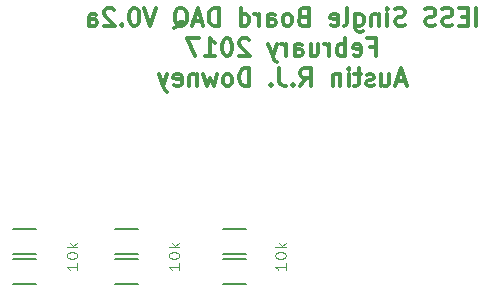
<source format=gbr>
G04 #@! TF.FileFunction,Legend,Bot*
%FSLAX46Y46*%
G04 Gerber Fmt 4.6, Leading zero omitted, Abs format (unit mm)*
G04 Created by KiCad (PCBNEW 4.0.5) date 02/02/17 02:07:39*
%MOMM*%
%LPD*%
G01*
G04 APERTURE LIST*
%ADD10C,0.100000*%
%ADD11C,0.300000*%
%ADD12C,0.150000*%
G04 APERTURE END LIST*
D10*
X183160143Y-121245238D02*
X183160143Y-121816667D01*
X183160143Y-121530953D02*
X182260143Y-121530953D01*
X182388714Y-121626191D01*
X182474429Y-121721429D01*
X182517286Y-121816667D01*
X182260143Y-120626191D02*
X182260143Y-120530952D01*
X182303000Y-120435714D01*
X182345857Y-120388095D01*
X182431571Y-120340476D01*
X182603000Y-120292857D01*
X182817286Y-120292857D01*
X182988714Y-120340476D01*
X183074429Y-120388095D01*
X183117286Y-120435714D01*
X183160143Y-120530952D01*
X183160143Y-120626191D01*
X183117286Y-120721429D01*
X183074429Y-120769048D01*
X182988714Y-120816667D01*
X182817286Y-120864286D01*
X182603000Y-120864286D01*
X182431571Y-120816667D01*
X182345857Y-120769048D01*
X182303000Y-120721429D01*
X182260143Y-120626191D01*
X183160143Y-119864286D02*
X182260143Y-119864286D01*
X182817286Y-119769048D02*
X183160143Y-119483333D01*
X182560143Y-119483333D02*
X182903000Y-119864286D01*
X174143143Y-121245238D02*
X174143143Y-121816667D01*
X174143143Y-121530953D02*
X173243143Y-121530953D01*
X173371714Y-121626191D01*
X173457429Y-121721429D01*
X173500286Y-121816667D01*
X173243143Y-120626191D02*
X173243143Y-120530952D01*
X173286000Y-120435714D01*
X173328857Y-120388095D01*
X173414571Y-120340476D01*
X173586000Y-120292857D01*
X173800286Y-120292857D01*
X173971714Y-120340476D01*
X174057429Y-120388095D01*
X174100286Y-120435714D01*
X174143143Y-120530952D01*
X174143143Y-120626191D01*
X174100286Y-120721429D01*
X174057429Y-120769048D01*
X173971714Y-120816667D01*
X173800286Y-120864286D01*
X173586000Y-120864286D01*
X173414571Y-120816667D01*
X173328857Y-120769048D01*
X173286000Y-120721429D01*
X173243143Y-120626191D01*
X174143143Y-119864286D02*
X173243143Y-119864286D01*
X173800286Y-119769048D02*
X174143143Y-119483333D01*
X173543143Y-119483333D02*
X173886000Y-119864286D01*
X165507143Y-121245238D02*
X165507143Y-121816667D01*
X165507143Y-121530953D02*
X164607143Y-121530953D01*
X164735714Y-121626191D01*
X164821429Y-121721429D01*
X164864286Y-121816667D01*
X164607143Y-120626191D02*
X164607143Y-120530952D01*
X164650000Y-120435714D01*
X164692857Y-120388095D01*
X164778571Y-120340476D01*
X164950000Y-120292857D01*
X165164286Y-120292857D01*
X165335714Y-120340476D01*
X165421429Y-120388095D01*
X165464286Y-120435714D01*
X165507143Y-120530952D01*
X165507143Y-120626191D01*
X165464286Y-120721429D01*
X165421429Y-120769048D01*
X165335714Y-120816667D01*
X165164286Y-120864286D01*
X164950000Y-120864286D01*
X164778571Y-120816667D01*
X164692857Y-120769048D01*
X164650000Y-120721429D01*
X164607143Y-120626191D01*
X165507143Y-119864286D02*
X164607143Y-119864286D01*
X165164286Y-119769048D02*
X165507143Y-119483333D01*
X164907143Y-119483333D02*
X165250000Y-119864286D01*
D11*
X199272856Y-101125571D02*
X199272856Y-99625571D01*
X198558570Y-100339857D02*
X198058570Y-100339857D01*
X197844284Y-101125571D02*
X198558570Y-101125571D01*
X198558570Y-99625571D01*
X197844284Y-99625571D01*
X197272856Y-101054143D02*
X197058570Y-101125571D01*
X196701427Y-101125571D01*
X196558570Y-101054143D01*
X196487141Y-100982714D01*
X196415713Y-100839857D01*
X196415713Y-100697000D01*
X196487141Y-100554143D01*
X196558570Y-100482714D01*
X196701427Y-100411286D01*
X196987141Y-100339857D01*
X197129999Y-100268429D01*
X197201427Y-100197000D01*
X197272856Y-100054143D01*
X197272856Y-99911286D01*
X197201427Y-99768429D01*
X197129999Y-99697000D01*
X196987141Y-99625571D01*
X196629999Y-99625571D01*
X196415713Y-99697000D01*
X195844285Y-101054143D02*
X195629999Y-101125571D01*
X195272856Y-101125571D01*
X195129999Y-101054143D01*
X195058570Y-100982714D01*
X194987142Y-100839857D01*
X194987142Y-100697000D01*
X195058570Y-100554143D01*
X195129999Y-100482714D01*
X195272856Y-100411286D01*
X195558570Y-100339857D01*
X195701428Y-100268429D01*
X195772856Y-100197000D01*
X195844285Y-100054143D01*
X195844285Y-99911286D01*
X195772856Y-99768429D01*
X195701428Y-99697000D01*
X195558570Y-99625571D01*
X195201428Y-99625571D01*
X194987142Y-99697000D01*
X193272857Y-101054143D02*
X193058571Y-101125571D01*
X192701428Y-101125571D01*
X192558571Y-101054143D01*
X192487142Y-100982714D01*
X192415714Y-100839857D01*
X192415714Y-100697000D01*
X192487142Y-100554143D01*
X192558571Y-100482714D01*
X192701428Y-100411286D01*
X192987142Y-100339857D01*
X193130000Y-100268429D01*
X193201428Y-100197000D01*
X193272857Y-100054143D01*
X193272857Y-99911286D01*
X193201428Y-99768429D01*
X193130000Y-99697000D01*
X192987142Y-99625571D01*
X192630000Y-99625571D01*
X192415714Y-99697000D01*
X191772857Y-101125571D02*
X191772857Y-100125571D01*
X191772857Y-99625571D02*
X191844286Y-99697000D01*
X191772857Y-99768429D01*
X191701429Y-99697000D01*
X191772857Y-99625571D01*
X191772857Y-99768429D01*
X191058571Y-100125571D02*
X191058571Y-101125571D01*
X191058571Y-100268429D02*
X190987143Y-100197000D01*
X190844285Y-100125571D01*
X190630000Y-100125571D01*
X190487143Y-100197000D01*
X190415714Y-100339857D01*
X190415714Y-101125571D01*
X189058571Y-100125571D02*
X189058571Y-101339857D01*
X189130000Y-101482714D01*
X189201428Y-101554143D01*
X189344285Y-101625571D01*
X189558571Y-101625571D01*
X189701428Y-101554143D01*
X189058571Y-101054143D02*
X189201428Y-101125571D01*
X189487142Y-101125571D01*
X189630000Y-101054143D01*
X189701428Y-100982714D01*
X189772857Y-100839857D01*
X189772857Y-100411286D01*
X189701428Y-100268429D01*
X189630000Y-100197000D01*
X189487142Y-100125571D01*
X189201428Y-100125571D01*
X189058571Y-100197000D01*
X188129999Y-101125571D02*
X188272857Y-101054143D01*
X188344285Y-100911286D01*
X188344285Y-99625571D01*
X186987143Y-101054143D02*
X187130000Y-101125571D01*
X187415714Y-101125571D01*
X187558571Y-101054143D01*
X187630000Y-100911286D01*
X187630000Y-100339857D01*
X187558571Y-100197000D01*
X187415714Y-100125571D01*
X187130000Y-100125571D01*
X186987143Y-100197000D01*
X186915714Y-100339857D01*
X186915714Y-100482714D01*
X187630000Y-100625571D01*
X184630000Y-100339857D02*
X184415714Y-100411286D01*
X184344286Y-100482714D01*
X184272857Y-100625571D01*
X184272857Y-100839857D01*
X184344286Y-100982714D01*
X184415714Y-101054143D01*
X184558572Y-101125571D01*
X185130000Y-101125571D01*
X185130000Y-99625571D01*
X184630000Y-99625571D01*
X184487143Y-99697000D01*
X184415714Y-99768429D01*
X184344286Y-99911286D01*
X184344286Y-100054143D01*
X184415714Y-100197000D01*
X184487143Y-100268429D01*
X184630000Y-100339857D01*
X185130000Y-100339857D01*
X183415714Y-101125571D02*
X183558572Y-101054143D01*
X183630000Y-100982714D01*
X183701429Y-100839857D01*
X183701429Y-100411286D01*
X183630000Y-100268429D01*
X183558572Y-100197000D01*
X183415714Y-100125571D01*
X183201429Y-100125571D01*
X183058572Y-100197000D01*
X182987143Y-100268429D01*
X182915714Y-100411286D01*
X182915714Y-100839857D01*
X182987143Y-100982714D01*
X183058572Y-101054143D01*
X183201429Y-101125571D01*
X183415714Y-101125571D01*
X181630000Y-101125571D02*
X181630000Y-100339857D01*
X181701429Y-100197000D01*
X181844286Y-100125571D01*
X182130000Y-100125571D01*
X182272857Y-100197000D01*
X181630000Y-101054143D02*
X181772857Y-101125571D01*
X182130000Y-101125571D01*
X182272857Y-101054143D01*
X182344286Y-100911286D01*
X182344286Y-100768429D01*
X182272857Y-100625571D01*
X182130000Y-100554143D01*
X181772857Y-100554143D01*
X181630000Y-100482714D01*
X180915714Y-101125571D02*
X180915714Y-100125571D01*
X180915714Y-100411286D02*
X180844286Y-100268429D01*
X180772857Y-100197000D01*
X180630000Y-100125571D01*
X180487143Y-100125571D01*
X179344286Y-101125571D02*
X179344286Y-99625571D01*
X179344286Y-101054143D02*
X179487143Y-101125571D01*
X179772857Y-101125571D01*
X179915715Y-101054143D01*
X179987143Y-100982714D01*
X180058572Y-100839857D01*
X180058572Y-100411286D01*
X179987143Y-100268429D01*
X179915715Y-100197000D01*
X179772857Y-100125571D01*
X179487143Y-100125571D01*
X179344286Y-100197000D01*
X177487143Y-101125571D02*
X177487143Y-99625571D01*
X177130000Y-99625571D01*
X176915715Y-99697000D01*
X176772857Y-99839857D01*
X176701429Y-99982714D01*
X176630000Y-100268429D01*
X176630000Y-100482714D01*
X176701429Y-100768429D01*
X176772857Y-100911286D01*
X176915715Y-101054143D01*
X177130000Y-101125571D01*
X177487143Y-101125571D01*
X176058572Y-100697000D02*
X175344286Y-100697000D01*
X176201429Y-101125571D02*
X175701429Y-99625571D01*
X175201429Y-101125571D01*
X173701429Y-101268429D02*
X173844286Y-101197000D01*
X173987143Y-101054143D01*
X174201429Y-100839857D01*
X174344286Y-100768429D01*
X174487143Y-100768429D01*
X174415715Y-101125571D02*
X174558572Y-101054143D01*
X174701429Y-100911286D01*
X174772858Y-100625571D01*
X174772858Y-100125571D01*
X174701429Y-99839857D01*
X174558572Y-99697000D01*
X174415715Y-99625571D01*
X174130001Y-99625571D01*
X173987143Y-99697000D01*
X173844286Y-99839857D01*
X173772858Y-100125571D01*
X173772858Y-100625571D01*
X173844286Y-100911286D01*
X173987143Y-101054143D01*
X174130001Y-101125571D01*
X174415715Y-101125571D01*
X172201429Y-99625571D02*
X171701429Y-101125571D01*
X171201429Y-99625571D01*
X170415715Y-99625571D02*
X170272858Y-99625571D01*
X170130001Y-99697000D01*
X170058572Y-99768429D01*
X169987143Y-99911286D01*
X169915715Y-100197000D01*
X169915715Y-100554143D01*
X169987143Y-100839857D01*
X170058572Y-100982714D01*
X170130001Y-101054143D01*
X170272858Y-101125571D01*
X170415715Y-101125571D01*
X170558572Y-101054143D01*
X170630001Y-100982714D01*
X170701429Y-100839857D01*
X170772858Y-100554143D01*
X170772858Y-100197000D01*
X170701429Y-99911286D01*
X170630001Y-99768429D01*
X170558572Y-99697000D01*
X170415715Y-99625571D01*
X169272858Y-100982714D02*
X169201430Y-101054143D01*
X169272858Y-101125571D01*
X169344287Y-101054143D01*
X169272858Y-100982714D01*
X169272858Y-101125571D01*
X168630001Y-99768429D02*
X168558572Y-99697000D01*
X168415715Y-99625571D01*
X168058572Y-99625571D01*
X167915715Y-99697000D01*
X167844286Y-99768429D01*
X167772858Y-99911286D01*
X167772858Y-100054143D01*
X167844286Y-100268429D01*
X168701429Y-101125571D01*
X167772858Y-101125571D01*
X166487144Y-101125571D02*
X166487144Y-100339857D01*
X166558573Y-100197000D01*
X166701430Y-100125571D01*
X166987144Y-100125571D01*
X167130001Y-100197000D01*
X166487144Y-101054143D02*
X166630001Y-101125571D01*
X166987144Y-101125571D01*
X167130001Y-101054143D01*
X167201430Y-100911286D01*
X167201430Y-100768429D01*
X167130001Y-100625571D01*
X166987144Y-100554143D01*
X166630001Y-100554143D01*
X166487144Y-100482714D01*
X190272855Y-102889857D02*
X190772855Y-102889857D01*
X190772855Y-103675571D02*
X190772855Y-102175571D01*
X190058569Y-102175571D01*
X188915713Y-103604143D02*
X189058570Y-103675571D01*
X189344284Y-103675571D01*
X189487141Y-103604143D01*
X189558570Y-103461286D01*
X189558570Y-102889857D01*
X189487141Y-102747000D01*
X189344284Y-102675571D01*
X189058570Y-102675571D01*
X188915713Y-102747000D01*
X188844284Y-102889857D01*
X188844284Y-103032714D01*
X189558570Y-103175571D01*
X188201427Y-103675571D02*
X188201427Y-102175571D01*
X188201427Y-102747000D02*
X188058570Y-102675571D01*
X187772856Y-102675571D01*
X187629999Y-102747000D01*
X187558570Y-102818429D01*
X187487141Y-102961286D01*
X187487141Y-103389857D01*
X187558570Y-103532714D01*
X187629999Y-103604143D01*
X187772856Y-103675571D01*
X188058570Y-103675571D01*
X188201427Y-103604143D01*
X186844284Y-103675571D02*
X186844284Y-102675571D01*
X186844284Y-102961286D02*
X186772856Y-102818429D01*
X186701427Y-102747000D01*
X186558570Y-102675571D01*
X186415713Y-102675571D01*
X185272856Y-102675571D02*
X185272856Y-103675571D01*
X185915713Y-102675571D02*
X185915713Y-103461286D01*
X185844285Y-103604143D01*
X185701427Y-103675571D01*
X185487142Y-103675571D01*
X185344285Y-103604143D01*
X185272856Y-103532714D01*
X183915713Y-103675571D02*
X183915713Y-102889857D01*
X183987142Y-102747000D01*
X184129999Y-102675571D01*
X184415713Y-102675571D01*
X184558570Y-102747000D01*
X183915713Y-103604143D02*
X184058570Y-103675571D01*
X184415713Y-103675571D01*
X184558570Y-103604143D01*
X184629999Y-103461286D01*
X184629999Y-103318429D01*
X184558570Y-103175571D01*
X184415713Y-103104143D01*
X184058570Y-103104143D01*
X183915713Y-103032714D01*
X183201427Y-103675571D02*
X183201427Y-102675571D01*
X183201427Y-102961286D02*
X183129999Y-102818429D01*
X183058570Y-102747000D01*
X182915713Y-102675571D01*
X182772856Y-102675571D01*
X182415713Y-102675571D02*
X182058570Y-103675571D01*
X181701428Y-102675571D02*
X182058570Y-103675571D01*
X182201428Y-104032714D01*
X182272856Y-104104143D01*
X182415713Y-104175571D01*
X180058571Y-102318429D02*
X179987142Y-102247000D01*
X179844285Y-102175571D01*
X179487142Y-102175571D01*
X179344285Y-102247000D01*
X179272856Y-102318429D01*
X179201428Y-102461286D01*
X179201428Y-102604143D01*
X179272856Y-102818429D01*
X180129999Y-103675571D01*
X179201428Y-103675571D01*
X178272857Y-102175571D02*
X178130000Y-102175571D01*
X177987143Y-102247000D01*
X177915714Y-102318429D01*
X177844285Y-102461286D01*
X177772857Y-102747000D01*
X177772857Y-103104143D01*
X177844285Y-103389857D01*
X177915714Y-103532714D01*
X177987143Y-103604143D01*
X178130000Y-103675571D01*
X178272857Y-103675571D01*
X178415714Y-103604143D01*
X178487143Y-103532714D01*
X178558571Y-103389857D01*
X178630000Y-103104143D01*
X178630000Y-102747000D01*
X178558571Y-102461286D01*
X178487143Y-102318429D01*
X178415714Y-102247000D01*
X178272857Y-102175571D01*
X176344286Y-103675571D02*
X177201429Y-103675571D01*
X176772857Y-103675571D02*
X176772857Y-102175571D01*
X176915714Y-102389857D01*
X177058572Y-102532714D01*
X177201429Y-102604143D01*
X175844286Y-102175571D02*
X174844286Y-102175571D01*
X175487143Y-103675571D01*
X193272858Y-105797000D02*
X192558572Y-105797000D01*
X193415715Y-106225571D02*
X192915715Y-104725571D01*
X192415715Y-106225571D01*
X191272858Y-105225571D02*
X191272858Y-106225571D01*
X191915715Y-105225571D02*
X191915715Y-106011286D01*
X191844287Y-106154143D01*
X191701429Y-106225571D01*
X191487144Y-106225571D01*
X191344287Y-106154143D01*
X191272858Y-106082714D01*
X190630001Y-106154143D02*
X190487144Y-106225571D01*
X190201429Y-106225571D01*
X190058572Y-106154143D01*
X189987144Y-106011286D01*
X189987144Y-105939857D01*
X190058572Y-105797000D01*
X190201429Y-105725571D01*
X190415715Y-105725571D01*
X190558572Y-105654143D01*
X190630001Y-105511286D01*
X190630001Y-105439857D01*
X190558572Y-105297000D01*
X190415715Y-105225571D01*
X190201429Y-105225571D01*
X190058572Y-105297000D01*
X189558572Y-105225571D02*
X188987143Y-105225571D01*
X189344286Y-104725571D02*
X189344286Y-106011286D01*
X189272858Y-106154143D01*
X189130000Y-106225571D01*
X188987143Y-106225571D01*
X188487143Y-106225571D02*
X188487143Y-105225571D01*
X188487143Y-104725571D02*
X188558572Y-104797000D01*
X188487143Y-104868429D01*
X188415715Y-104797000D01*
X188487143Y-104725571D01*
X188487143Y-104868429D01*
X187772857Y-105225571D02*
X187772857Y-106225571D01*
X187772857Y-105368429D02*
X187701429Y-105297000D01*
X187558571Y-105225571D01*
X187344286Y-105225571D01*
X187201429Y-105297000D01*
X187130000Y-105439857D01*
X187130000Y-106225571D01*
X184415714Y-106225571D02*
X184915714Y-105511286D01*
X185272857Y-106225571D02*
X185272857Y-104725571D01*
X184701429Y-104725571D01*
X184558571Y-104797000D01*
X184487143Y-104868429D01*
X184415714Y-105011286D01*
X184415714Y-105225571D01*
X184487143Y-105368429D01*
X184558571Y-105439857D01*
X184701429Y-105511286D01*
X185272857Y-105511286D01*
X183772857Y-106082714D02*
X183701429Y-106154143D01*
X183772857Y-106225571D01*
X183844286Y-106154143D01*
X183772857Y-106082714D01*
X183772857Y-106225571D01*
X182630000Y-104725571D02*
X182630000Y-105797000D01*
X182701428Y-106011286D01*
X182844285Y-106154143D01*
X183058571Y-106225571D01*
X183201428Y-106225571D01*
X181915714Y-106082714D02*
X181844286Y-106154143D01*
X181915714Y-106225571D01*
X181987143Y-106154143D01*
X181915714Y-106082714D01*
X181915714Y-106225571D01*
X180058571Y-106225571D02*
X180058571Y-104725571D01*
X179701428Y-104725571D01*
X179487143Y-104797000D01*
X179344285Y-104939857D01*
X179272857Y-105082714D01*
X179201428Y-105368429D01*
X179201428Y-105582714D01*
X179272857Y-105868429D01*
X179344285Y-106011286D01*
X179487143Y-106154143D01*
X179701428Y-106225571D01*
X180058571Y-106225571D01*
X178344285Y-106225571D02*
X178487143Y-106154143D01*
X178558571Y-106082714D01*
X178630000Y-105939857D01*
X178630000Y-105511286D01*
X178558571Y-105368429D01*
X178487143Y-105297000D01*
X178344285Y-105225571D01*
X178130000Y-105225571D01*
X177987143Y-105297000D01*
X177915714Y-105368429D01*
X177844285Y-105511286D01*
X177844285Y-105939857D01*
X177915714Y-106082714D01*
X177987143Y-106154143D01*
X178130000Y-106225571D01*
X178344285Y-106225571D01*
X177344285Y-105225571D02*
X177058571Y-106225571D01*
X176772857Y-105511286D01*
X176487142Y-106225571D01*
X176201428Y-105225571D01*
X175629999Y-105225571D02*
X175629999Y-106225571D01*
X175629999Y-105368429D02*
X175558571Y-105297000D01*
X175415713Y-105225571D01*
X175201428Y-105225571D01*
X175058571Y-105297000D01*
X174987142Y-105439857D01*
X174987142Y-106225571D01*
X173701428Y-106154143D02*
X173844285Y-106225571D01*
X174129999Y-106225571D01*
X174272856Y-106154143D01*
X174344285Y-106011286D01*
X174344285Y-105439857D01*
X174272856Y-105297000D01*
X174129999Y-105225571D01*
X173844285Y-105225571D01*
X173701428Y-105297000D01*
X173629999Y-105439857D01*
X173629999Y-105582714D01*
X174344285Y-105725571D01*
X173129999Y-105225571D02*
X172772856Y-106225571D01*
X172415714Y-105225571D02*
X172772856Y-106225571D01*
X172915714Y-106582714D01*
X172987142Y-106654143D01*
X173129999Y-106725571D01*
D12*
X179816000Y-120845000D02*
X177816000Y-120845000D01*
X177816000Y-122995000D02*
X179816000Y-122995000D01*
X170672000Y-118305000D02*
X168672000Y-118305000D01*
X168672000Y-120455000D02*
X170672000Y-120455000D01*
X170672000Y-120845000D02*
X168672000Y-120845000D01*
X168672000Y-122995000D02*
X170672000Y-122995000D01*
X162036000Y-118305000D02*
X160036000Y-118305000D01*
X160036000Y-120455000D02*
X162036000Y-120455000D01*
X162036000Y-120845000D02*
X160036000Y-120845000D01*
X160036000Y-122995000D02*
X162036000Y-122995000D01*
X179816000Y-118305000D02*
X177816000Y-118305000D01*
X177816000Y-120455000D02*
X179816000Y-120455000D01*
M02*

</source>
